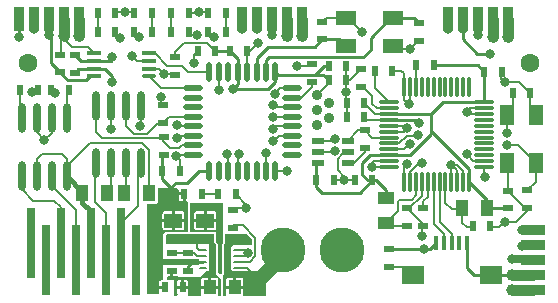
<source format=gtl>
G04 Layer_Physical_Order=1*
G04 Layer_Color=255*
%FSAX24Y24*%
%MOIN*%
G70*
G01*
G75*
%ADD10R,0.0709X0.0472*%
%ADD11R,0.0354X0.0236*%
%ADD12R,0.0236X0.0354*%
%ADD13O,0.0217X0.0650*%
%ADD14O,0.0650X0.0217*%
%ADD15R,0.0748X0.0591*%
%ADD16R,0.0138X0.0512*%
%ADD17O,0.0118X0.0709*%
%ADD18O,0.0709X0.0118*%
%ADD19R,0.0787X0.0354*%
%ADD20R,0.0354X0.0787*%
%ADD21R,0.0472X0.0157*%
G04:AMPARAMS|DCode=22|XSize=47.2mil|YSize=15.7mil|CornerRadius=5.5mil|HoleSize=0mil|Usage=FLASHONLY|Rotation=180.000|XOffset=0mil|YOffset=0mil|HoleType=Round|Shape=RoundedRectangle|*
%AMROUNDEDRECTD22*
21,1,0.0472,0.0047,0,0,180.0*
21,1,0.0362,0.0157,0,0,180.0*
1,1,0.0110,-0.0181,0.0024*
1,1,0.0110,0.0181,0.0024*
1,1,0.0110,0.0181,-0.0024*
1,1,0.0110,-0.0181,-0.0024*
%
%ADD22ROUNDEDRECTD22*%
G04:AMPARAMS|DCode=23|XSize=13.8mil|YSize=98.4mil|CornerRadius=3.4mil|HoleSize=0mil|Usage=FLASHONLY|Rotation=0.000|XOffset=0mil|YOffset=0mil|HoleType=Round|Shape=RoundedRectangle|*
%AMROUNDEDRECTD23*
21,1,0.0138,0.0915,0,0,0.0*
21,1,0.0069,0.0984,0,0,0.0*
1,1,0.0069,0.0034,-0.0458*
1,1,0.0069,-0.0034,-0.0458*
1,1,0.0069,-0.0034,0.0458*
1,1,0.0069,0.0034,0.0458*
%
%ADD23ROUNDEDRECTD23*%
G04:AMPARAMS|DCode=24|XSize=23.6mil|YSize=9.8mil|CornerRadius=2.5mil|HoleSize=0mil|Usage=FLASHONLY|Rotation=0.000|XOffset=0mil|YOffset=0mil|HoleType=Round|Shape=RoundedRectangle|*
%AMROUNDEDRECTD24*
21,1,0.0236,0.0049,0,0,0.0*
21,1,0.0187,0.0098,0,0,0.0*
1,1,0.0049,0.0093,-0.0025*
1,1,0.0049,-0.0093,-0.0025*
1,1,0.0049,-0.0093,0.0025*
1,1,0.0049,0.0093,0.0025*
%
%ADD24ROUNDEDRECTD24*%
%ADD25R,0.0591X0.0472*%
%ADD26R,0.0315X0.2362*%
%ADD27O,0.0276X0.0984*%
%ADD28R,0.0433X0.0551*%
%ADD29R,0.0433X0.0512*%
%ADD30R,0.0472X0.0709*%
%ADD31R,0.0394X0.0236*%
%ADD32R,0.0551X0.0433*%
%ADD33C,0.0070*%
%ADD34C,0.0250*%
%ADD35C,0.0100*%
%ADD36C,0.0354*%
%ADD37C,0.0150*%
%ADD38C,0.0500*%
%ADD39C,0.0354*%
%ADD40C,0.1500*%
%ADD41C,0.0315*%
%ADD42C,0.0394*%
%ADD43C,0.0630*%
G36*
X018903Y013682D02*
X018890Y013673D01*
X018867Y013638D01*
X018859Y013598D01*
Y012682D01*
X018833Y012650D01*
X018788D01*
X018747Y012682D01*
Y013598D01*
X018739Y013638D01*
X018716Y013673D01*
X018683Y013695D01*
Y014030D01*
X018453Y014030D01*
X018443Y014032D01*
X018433Y014030D01*
X018036D01*
X018026Y014032D01*
X018017Y014030D01*
X017803D01*
X017803Y015010D01*
X018903D01*
X018903Y013682D01*
D02*
G37*
G36*
X017430Y015440D02*
Y015360D01*
X017619D01*
Y015310D01*
X017669D01*
Y015061D01*
X017695D01*
X017700Y015059D01*
X017732Y015011D01*
X017732Y015010D01*
X017732Y014051D01*
X017029D01*
X017029Y014051D01*
X017029Y014051D01*
X017015Y014049D01*
X017001Y014046D01*
X017001Y014046D01*
X017001Y014046D01*
X016990Y014038D01*
X016978Y014030D01*
X016978Y014030D01*
X016978Y014030D01*
X016943Y013995D01*
X016943Y013995D01*
X016943Y013995D01*
X016935Y013983D01*
X016928Y013972D01*
X016927Y013972D01*
X016927Y013972D01*
X016925Y013959D01*
X016913D01*
Y013150D01*
X017968D01*
X017984Y013140D01*
X018025Y013131D01*
X018025Y013131D01*
X018090D01*
Y012940D01*
X016913Y012940D01*
X016913Y012439D01*
X016850D01*
X016822Y012433D01*
X016799Y012418D01*
X016784Y012394D01*
X016778Y012367D01*
Y012240D01*
X016968D01*
Y012140D01*
X016778D01*
Y012020D01*
X016774Y012009D01*
X016739Y011970D01*
X016380Y011970D01*
X016380Y014983D01*
X016660D01*
X016687Y014988D01*
X016710Y015004D01*
X016726Y015027D01*
X016731Y015054D01*
Y015490D01*
X017381Y015490D01*
X017430Y015440D01*
D02*
G37*
G36*
X019692Y013980D02*
X019879Y013793D01*
Y013600D01*
X019223Y013600D01*
X019163Y013540D01*
X019163Y012800D01*
X019233Y012730D01*
X020340Y012730D01*
Y011913D01*
X019591D01*
X019574Y011934D01*
Y012140D01*
X018999D01*
Y011934D01*
X018982Y011913D01*
X018913D01*
Y012607D01*
X018936Y012642D01*
X018944Y012682D01*
Y013598D01*
X018940Y013619D01*
X018942Y013622D01*
X018943Y013622D01*
X018948Y013627D01*
X018954Y013631D01*
X018958Y013637D01*
X018962Y013642D01*
X018965Y013648D01*
X018969Y013654D01*
X018970Y013661D01*
X018973Y013668D01*
Y013675D01*
X018975Y013682D01*
Y013980D01*
X019692Y013980D01*
D02*
G37*
G36*
X017753Y013980D02*
X017776Y013964D01*
X017803Y013959D01*
X018017D01*
X018024Y013960D01*
X018029D01*
X018036Y013959D01*
X018433D01*
X018440Y013960D01*
X018446D01*
X018453Y013959D01*
X018612Y013959D01*
Y013695D01*
X018613Y013688D01*
Y013681D01*
X018616Y013675D01*
X018617Y013668D01*
X018621Y013662D01*
X018624Y013655D01*
X018629Y013650D01*
X018633Y013644D01*
X018639Y013641D01*
X018643Y013636D01*
X018665Y013622D01*
X018666Y013619D01*
X018662Y013598D01*
Y012682D01*
X018670Y012642D01*
X018683Y012622D01*
Y012617D01*
X018823Y012477D01*
Y011913D01*
X018765D01*
X018748Y011934D01*
Y012140D01*
X018172D01*
Y011934D01*
X018155Y011913D01*
X017744D01*
X017729Y011957D01*
X017728Y011963D01*
X017742Y011986D01*
X017748Y012013D01*
Y012140D01*
X017369D01*
Y012013D01*
X017374Y011986D01*
X017389Y011963D01*
X017388Y011957D01*
X017373Y011913D01*
X017318D01*
X017282Y011949D01*
X017283Y012440D01*
X017025D01*
X017024Y012511D01*
X017074Y012561D01*
X017153D01*
Y012750D01*
X017253D01*
Y012561D01*
X017380D01*
X017403Y012565D01*
X017409Y012564D01*
X017453Y012550D01*
Y012550D01*
X018173Y012550D01*
X018347Y012724D01*
X018382Y012731D01*
X018414Y012752D01*
X018435Y012783D01*
X018442Y012818D01*
X018453Y012830D01*
Y013638D01*
X016995D01*
X016993Y013945D01*
X017029Y013980D01*
X017752D01*
X017753Y013980D01*
D02*
G37*
%LPC*%
G36*
X018265Y014370D02*
X017948D01*
Y014184D01*
X017953Y014156D01*
X017969Y014133D01*
X017992Y014118D01*
X018019Y014112D01*
X018265D01*
Y014370D01*
D02*
G37*
G36*
X018681D02*
X018365D01*
Y014112D01*
X018610D01*
X018637Y014118D01*
X018660Y014133D01*
X018676Y014156D01*
X018681Y014184D01*
Y014370D01*
D02*
G37*
G36*
X018265Y014728D02*
X018019D01*
X017992Y014722D01*
X017969Y014707D01*
X017953Y014684D01*
X017948Y014656D01*
Y014470D01*
X018265D01*
Y014728D01*
D02*
G37*
G36*
X018610D02*
X018365D01*
Y014470D01*
X018681D01*
Y014656D01*
X018676Y014684D01*
X018660Y014707D01*
X018637Y014722D01*
X018610Y014728D01*
D02*
G37*
G36*
X017569Y015260D02*
X017430D01*
Y015133D01*
X017435Y015106D01*
X017451Y015082D01*
X017474Y015067D01*
X017501Y015061D01*
X017569D01*
Y015260D01*
D02*
G37*
G36*
X017547Y014728D02*
X017302D01*
Y014470D01*
X017618D01*
Y014656D01*
X017613Y014684D01*
X017597Y014707D01*
X017574Y014722D01*
X017547Y014728D01*
D02*
G37*
G36*
X017618Y014370D02*
X017302D01*
Y014112D01*
X017547D01*
X017574Y014118D01*
X017597Y014133D01*
X017613Y014156D01*
X017618Y014184D01*
Y014370D01*
D02*
G37*
G36*
X017202Y014728D02*
X016956D01*
X016929Y014722D01*
X016906Y014707D01*
X016890Y014684D01*
X016885Y014656D01*
Y014470D01*
X017202D01*
Y014728D01*
D02*
G37*
G36*
Y014370D02*
X016885D01*
Y014184D01*
X016890Y014156D01*
X016906Y014133D01*
X016929Y014118D01*
X016956Y014112D01*
X017202D01*
Y014370D01*
D02*
G37*
G36*
X019237Y012517D02*
X019070D01*
X019043Y012512D01*
X019020Y012496D01*
X019004Y012473D01*
X018999Y012446D01*
Y012240D01*
X019237D01*
Y012517D01*
D02*
G37*
G36*
X019503D02*
X019337D01*
Y012240D01*
X019574D01*
Y012446D01*
X019569Y012473D01*
X019554Y012496D01*
X019530Y012512D01*
X019503Y012517D01*
D02*
G37*
G36*
X018676D02*
X018510D01*
Y012240D01*
X018748D01*
Y012446D01*
X018742Y012473D01*
X018727Y012496D01*
X018704Y012512D01*
X018676Y012517D01*
D02*
G37*
G36*
X018410D02*
X018243D01*
X018216Y012512D01*
X018193Y012496D01*
X018177Y012473D01*
X018172Y012446D01*
Y012240D01*
X018410D01*
Y012517D01*
D02*
G37*
G36*
X017508Y012439D02*
X017440D01*
X017413Y012433D01*
X017390Y012418D01*
X017374Y012394D01*
X017369Y012367D01*
Y012240D01*
X017508D01*
Y012439D01*
D02*
G37*
G36*
X017677D02*
X017608D01*
Y012240D01*
X017748D01*
Y012367D01*
X017742Y012394D01*
X017727Y012418D01*
X017704Y012433D01*
X017677Y012439D01*
D02*
G37*
%LPD*%
D10*
X024577Y021182D02*
D03*
X023003D02*
D03*
Y020238D02*
D03*
X024577D02*
D03*
D11*
X022210Y020465D02*
D03*
Y021055D02*
D03*
X025450Y020993D02*
D03*
Y020403D02*
D03*
X017300Y019865D02*
D03*
Y019275D02*
D03*
X021870Y019045D02*
D03*
Y019635D02*
D03*
X013960Y019355D02*
D03*
Y019945D02*
D03*
X013460Y019365D02*
D03*
Y019955D02*
D03*
X016920Y016605D02*
D03*
Y017195D02*
D03*
X016910Y018275D02*
D03*
Y017685D02*
D03*
X017733Y012750D02*
D03*
Y013341D02*
D03*
X017203D02*
D03*
Y012750D02*
D03*
X019230Y014185D02*
D03*
Y014775D02*
D03*
X029030Y014835D02*
D03*
Y015425D02*
D03*
X023630Y017435D02*
D03*
Y016845D02*
D03*
X025580Y014825D02*
D03*
Y014235D02*
D03*
X025050D02*
D03*
Y014825D02*
D03*
X028390Y015415D02*
D03*
Y014825D02*
D03*
X024430Y012885D02*
D03*
Y013475D02*
D03*
X023510Y018885D02*
D03*
Y019475D02*
D03*
D12*
X018995Y021328D02*
D03*
X018405D02*
D03*
X017176D02*
D03*
X017767D02*
D03*
X016539D02*
D03*
X015948D02*
D03*
X014720D02*
D03*
X015311D02*
D03*
X018405Y020718D02*
D03*
X018995D02*
D03*
X017767D02*
D03*
X017176D02*
D03*
X015948D02*
D03*
X016539D02*
D03*
X015311D02*
D03*
X014720D02*
D03*
X018645Y020060D02*
D03*
X018055D02*
D03*
X016865Y016070D02*
D03*
X017455D02*
D03*
X022425Y019570D02*
D03*
X023015D02*
D03*
X022425Y019090D02*
D03*
X023015D02*
D03*
X019715Y020070D02*
D03*
X019125D02*
D03*
X013771Y018760D02*
D03*
X013180D02*
D03*
X012135D02*
D03*
X012725D02*
D03*
X016968Y012190D02*
D03*
X017558D02*
D03*
X017619Y015310D02*
D03*
X018210D02*
D03*
X018735Y015300D02*
D03*
X019325D02*
D03*
X029145Y018660D02*
D03*
X028555D02*
D03*
X022605Y015770D02*
D03*
X022015D02*
D03*
X027225Y014230D02*
D03*
X027815D02*
D03*
X028205Y019380D02*
D03*
X027615D02*
D03*
X025335Y019600D02*
D03*
X025925D02*
D03*
X023295Y015770D02*
D03*
X023885D02*
D03*
X023025Y017860D02*
D03*
X023615D02*
D03*
Y018340D02*
D03*
X023025D02*
D03*
X024545Y019420D02*
D03*
X023955D02*
D03*
D13*
X020652Y019364D02*
D03*
X020337D02*
D03*
X020022D02*
D03*
X019707D02*
D03*
X019393D02*
D03*
X019078D02*
D03*
X018763Y019364D02*
D03*
X018448Y019364D02*
D03*
Y016076D02*
D03*
X018763Y016076D02*
D03*
X019078Y016076D02*
D03*
X019393D02*
D03*
X019707D02*
D03*
X020022D02*
D03*
X020337D02*
D03*
X020652D02*
D03*
D14*
X017906Y018822D02*
D03*
Y018507D02*
D03*
Y018192D02*
D03*
Y017877D02*
D03*
Y017563D02*
D03*
Y017248D02*
D03*
X017906Y016933D02*
D03*
X017906Y016618D02*
D03*
X021194D02*
D03*
X021194Y016933D02*
D03*
X021194Y017248D02*
D03*
Y017563D02*
D03*
Y017877D02*
D03*
Y018192D02*
D03*
Y018507D02*
D03*
Y018822D02*
D03*
D15*
X025224Y012595D02*
D03*
X027830D02*
D03*
D16*
X026012Y013670D02*
D03*
X026268D02*
D03*
X026524D02*
D03*
X026780D02*
D03*
X027036D02*
D03*
D17*
X024941Y015690D02*
D03*
X025138D02*
D03*
X025335D02*
D03*
X025532D02*
D03*
X025729D02*
D03*
X026319D02*
D03*
X026516D02*
D03*
X026713D02*
D03*
X026910D02*
D03*
X027107D02*
D03*
Y018879D02*
D03*
X026910D02*
D03*
X026713D02*
D03*
X026516D02*
D03*
X026319D02*
D03*
X026123D02*
D03*
X025926D02*
D03*
X025729D02*
D03*
X025532D02*
D03*
X025335D02*
D03*
X025138D02*
D03*
X024941D02*
D03*
X026123Y015690D02*
D03*
X025926D02*
D03*
D18*
X027619Y016202D02*
D03*
Y016399D02*
D03*
Y016596D02*
D03*
Y016792D02*
D03*
Y016989D02*
D03*
Y017186D02*
D03*
Y017383D02*
D03*
Y017580D02*
D03*
Y017777D02*
D03*
Y017973D02*
D03*
Y018170D02*
D03*
Y018367D02*
D03*
X024430D02*
D03*
Y018170D02*
D03*
Y017973D02*
D03*
Y017777D02*
D03*
Y017580D02*
D03*
Y017383D02*
D03*
Y017186D02*
D03*
Y016989D02*
D03*
Y016792D02*
D03*
Y016596D02*
D03*
Y016399D02*
D03*
Y016202D02*
D03*
D19*
X029230Y014090D02*
D03*
Y013590D02*
D03*
Y012090D02*
D03*
Y012590D02*
D03*
Y013090D02*
D03*
D20*
X026390Y021140D02*
D03*
X026890D02*
D03*
X028390D02*
D03*
X027890D02*
D03*
X027390D02*
D03*
X019530Y021150D02*
D03*
X020030D02*
D03*
X021530D02*
D03*
X021030D02*
D03*
X020530D02*
D03*
X012090D02*
D03*
X012590D02*
D03*
X014090D02*
D03*
X013590D02*
D03*
X013090D02*
D03*
D21*
X014617Y019224D02*
D03*
Y019480D02*
D03*
Y019736D02*
D03*
Y019992D02*
D03*
X016420D02*
D03*
Y019736D02*
D03*
Y019480D02*
D03*
D22*
Y019224D02*
D03*
D23*
X019000Y013140D02*
D03*
X018803D02*
D03*
X018606D02*
D03*
D24*
X019354Y013435D02*
D03*
Y013238D02*
D03*
Y013042D02*
D03*
Y012845D02*
D03*
X018252D02*
D03*
Y013042D02*
D03*
Y013238D02*
D03*
Y013435D02*
D03*
D25*
X018315Y014420D02*
D03*
X017252D02*
D03*
D26*
X015990Y013100D02*
D03*
X015490Y013657D02*
D03*
X013990Y013100D02*
D03*
X012990D02*
D03*
X014490Y013657D02*
D03*
X013490D02*
D03*
X012490D02*
D03*
X014990Y013100D02*
D03*
D27*
X013690Y017835D02*
D03*
X013190D02*
D03*
X012690D02*
D03*
X012190D02*
D03*
X013690Y015905D02*
D03*
X013190D02*
D03*
X012690D02*
D03*
X012190D02*
D03*
X014660Y016325D02*
D03*
X015160D02*
D03*
X015660D02*
D03*
X016160D02*
D03*
X014660Y018255D02*
D03*
X015160D02*
D03*
X015660D02*
D03*
X016160D02*
D03*
D28*
X014217Y015330D02*
D03*
X015043D02*
D03*
X016443D02*
D03*
X015617D02*
D03*
X027703Y014850D02*
D03*
X026877D02*
D03*
D29*
X018460Y012190D02*
D03*
X019287D02*
D03*
D30*
X028378Y017927D02*
D03*
Y016353D02*
D03*
X029322D02*
D03*
Y017927D02*
D03*
D31*
X022070Y017084D02*
D03*
Y016710D02*
D03*
Y016336D02*
D03*
X023054Y017084D02*
D03*
Y016710D02*
D03*
Y016336D02*
D03*
D32*
X024340Y014337D02*
D03*
Y015163D02*
D03*
D33*
X028180Y019330D02*
X028230Y019380D01*
X027815Y014190D02*
X028110D01*
X025550Y013900D02*
Y014325D01*
X016160Y017490D02*
Y018255D01*
X018043Y013490D02*
Y013820D01*
X019796Y013042D02*
X019986Y013231D01*
Y013838D01*
X019564Y014259D02*
X019986Y013838D01*
X019628Y013435D02*
X019723Y013340D01*
X019622Y013238D02*
X019723Y013340D01*
X019840Y012400D02*
Y012720D01*
X019715Y012845D02*
X019840Y012720D01*
X019354Y012845D02*
X019715D01*
X025926Y014303D02*
X026268Y013961D01*
Y013670D02*
Y013961D01*
X026123Y014362D02*
X026524Y013961D01*
X028540Y012610D02*
X028560Y012590D01*
X024030Y018170D02*
X024430D01*
X023880Y018320D02*
X024030Y018170D01*
X023880Y018320D02*
Y018565D01*
X023615Y018830D02*
X023880Y018565D01*
X023982Y017973D02*
X024430D01*
X023615Y018340D02*
X023982Y017973D01*
X023699Y017777D02*
X024430D01*
X023615Y017860D02*
X023699Y017777D01*
X023054Y017084D02*
X023406Y017435D01*
X023955Y018842D02*
X024430Y018367D01*
X023955Y018842D02*
Y019420D01*
X020758Y017248D02*
X021194D01*
X020580Y017070D02*
X020758Y017248D01*
X021870Y018870D02*
Y019045D01*
X021507Y018507D02*
X021870Y018870D01*
X021810Y019635D02*
X021870D01*
X021745Y019570D02*
X021810Y019635D01*
X021370Y019570D02*
X021745D01*
X017533Y017877D02*
X017906D01*
X017528Y017882D02*
X017533Y017877D01*
X017108Y017882D02*
X017528D01*
X017360Y017620D02*
X017417Y017563D01*
X016892Y017076D02*
X017138Y016830D01*
X016892Y017076D02*
Y017168D01*
X014872D02*
X016892D01*
X016443Y015330D02*
Y016757D01*
X016200Y017000D02*
X016443Y016757D01*
X014460Y017000D02*
X016200D01*
X017370Y017170D02*
X017448Y017248D01*
X016358Y017308D02*
X016735Y017685D01*
X015922Y017308D02*
X016358D01*
X016150Y017500D02*
Y017570D01*
X017138Y016830D02*
X017440D01*
X016735Y017685D02*
X016910D01*
X016150Y017500D02*
X016160Y017490D01*
X017300Y019865D02*
Y020040D01*
X017608Y020348D01*
X018358D01*
X018645Y020060D01*
X018373Y021360D02*
X018405Y021328D01*
X015870Y019900D02*
X016034Y019736D01*
X019790Y020070D02*
X020060Y020340D01*
X019715Y020070D02*
X019790D01*
X021024Y016076D02*
X021040Y016060D01*
X020652Y016076D02*
X021024D01*
X020330Y016660D02*
X020337Y016653D01*
Y016076D02*
Y016653D01*
X019393Y016573D02*
X019450Y016630D01*
X019393Y016076D02*
Y016573D01*
X019040Y016630D02*
X019078Y016592D01*
Y016076D02*
Y016592D01*
X020812Y018822D02*
X021194D01*
X023125Y019090D02*
X023510Y019475D01*
X023015Y019090D02*
X023125D01*
X023025Y017860D02*
Y018340D01*
X023010Y018355D02*
X023025Y018340D01*
X023010Y018355D02*
Y018720D01*
X023015Y018725D01*
Y019090D01*
Y019570D01*
X022020Y018600D02*
X022425Y019005D01*
Y019090D01*
X021194Y018507D02*
X021507D01*
X016822Y018822D02*
X017906D01*
X016420Y019224D02*
X016822Y018822D01*
X013590Y020470D02*
Y020560D01*
Y020470D02*
X013860Y020200D01*
X014409D01*
X014617Y019992D01*
X016034Y019736D02*
X016420D01*
X018760Y018780D02*
X018763Y018783D01*
Y019364D01*
X016420Y019992D02*
X016628D01*
X016420Y019480D02*
X016760D01*
X016940Y019300D01*
X017275D02*
X017300Y019275D01*
X016940Y019300D02*
X017275D01*
X017920Y019660D02*
Y019925D01*
X018055Y020060D01*
X017050Y019570D02*
X017520D01*
X016628Y019992D02*
X017050Y019570D01*
X017726Y019364D02*
X018448D01*
X017520Y019570D02*
X017726Y019364D01*
X019707D02*
X019715Y019372D01*
Y020070D01*
X014720Y020718D02*
Y021328D01*
X015311D02*
X015353Y021370D01*
X015620D01*
X015906D02*
X015948Y021328D01*
X015620Y021370D02*
X015906D01*
X016539Y020718D02*
Y021328D01*
X017176Y020718D02*
Y021328D01*
X018995Y020718D02*
Y021328D01*
X023097Y016710D02*
X023099Y016707D01*
X023054Y016710D02*
X023097D01*
X022070D02*
X022590D01*
X022620Y016740D01*
X022720Y016469D02*
X022882Y016631D01*
X022720Y016100D02*
Y016469D01*
X022565Y017155D02*
X022630D01*
X022494Y017084D02*
X022565Y017155D01*
X024577Y020238D02*
X024675Y020140D01*
X025130D01*
X025393Y020403D01*
X025450D01*
X023058Y021182D02*
X023530Y020710D01*
X023003Y021182D02*
X023058D01*
X022337D02*
X023003D01*
X022210Y021055D02*
X022337Y021182D01*
X013510Y020480D02*
X013590Y020560D01*
X013510Y019975D02*
Y020480D01*
X028180Y019150D02*
Y019330D01*
Y019150D02*
X028300Y019030D01*
X028775D01*
X027890Y021140D02*
X027900Y021130D01*
X028775Y019030D02*
X029145Y018660D01*
X024941Y018879D02*
Y019329D01*
X024850Y019420D02*
X024941Y019329D01*
X024545Y019420D02*
X024850D01*
X017455Y016070D02*
Y016445D01*
X017340Y016560D02*
X017455Y016445D01*
X017398Y016618D02*
X017906D01*
X017340Y016560D02*
X017398Y016618D01*
X017440Y016830D02*
X017543Y016933D01*
X016910Y017685D02*
X017108Y017882D01*
X017543Y016933D02*
X017906D01*
X017448Y017248D02*
X017906D01*
X017417Y017563D02*
X017906D01*
X014640Y015030D02*
X014990Y014680D01*
Y013100D02*
Y014680D01*
X015617Y015330D02*
X015660Y015373D01*
X015490Y013657D02*
Y014350D01*
X016060Y014920D01*
X015660Y015373D02*
Y016325D01*
X016060Y014920D02*
Y016225D01*
X016160Y016325D01*
X015043Y015330D02*
X015160Y015447D01*
Y016325D01*
X014640Y015030D02*
Y016305D01*
X014660Y016325D01*
X012190Y015460D02*
Y015905D01*
Y015460D02*
X012580Y015070D01*
X013280D01*
X013490Y014860D01*
Y013657D02*
Y014860D01*
X013190Y015560D02*
Y015905D01*
Y015560D02*
X013990Y014760D01*
Y013100D02*
Y014760D01*
X013690Y016230D02*
X014460Y017000D01*
X013690Y015905D02*
Y016230D01*
X013530Y016640D02*
X013690Y016480D01*
Y016230D02*
Y016480D01*
X012690Y015905D02*
Y016460D01*
X012870Y016640D01*
X013530D01*
X012690Y017370D02*
Y017835D01*
Y017370D02*
X012950Y017110D01*
X013190Y017350D01*
Y017835D01*
X015160Y017480D02*
Y018255D01*
X013690Y018679D02*
X013771Y018760D01*
X013690Y017835D02*
Y018679D01*
X012135Y017890D02*
Y018760D01*
Y017890D02*
X012190Y017835D01*
X014605Y018310D02*
X014660Y018255D01*
X015660D02*
Y018570D01*
X018025Y013238D02*
X018252D01*
X017923Y013341D02*
X018025Y013238D01*
X017733Y013341D02*
X017923D01*
X017203D02*
X017733D01*
X018098Y013435D02*
X018252D01*
X018043Y013490D02*
X018098Y013435D01*
X019354D02*
X019628D01*
X017193Y012740D02*
X017203Y012750D01*
X018043Y013820D02*
X018053Y013830D01*
X019354Y013238D02*
X019622D01*
X019354Y013042D02*
X019796D01*
X019233Y014259D02*
X019564D01*
X019233Y014850D02*
X019670D01*
X018210Y015310D02*
X018725D01*
X018735Y015300D01*
X019325D02*
X019670Y014955D01*
Y014850D02*
Y014955D01*
X014660Y017380D02*
Y018255D01*
X015660Y017570D02*
Y018255D01*
Y017570D02*
X015922Y017308D01*
X014660Y017380D02*
X014872Y017168D01*
X025729Y015219D02*
Y015690D01*
X025580Y015070D02*
X025729Y015219D01*
X025580Y014825D02*
Y015070D01*
X024340Y014337D02*
X024442Y014235D01*
X025050D01*
X024730Y015060D02*
X024790Y015120D01*
X024730Y014727D02*
Y015060D01*
X024340Y014337D02*
X024730Y014727D01*
X026319Y015011D02*
Y015690D01*
Y015011D02*
X026530Y014800D01*
X026877Y014343D02*
Y014850D01*
Y014343D02*
X027030Y014190D01*
X024790Y015120D02*
X025190D01*
X025335Y015265D01*
Y015690D01*
X024941D02*
Y016231D01*
X025440Y016340D02*
X025520D01*
X025532Y015252D02*
Y015690D01*
X025105Y014825D02*
X025532Y015252D01*
X025050Y014825D02*
X025105D01*
X027150Y018170D02*
X027619D01*
X027107Y017973D02*
X027619D01*
X024430Y017580D02*
X024920D01*
X024430Y017383D02*
X024943D01*
X027030Y018050D02*
X027150Y018170D01*
X027030Y018050D02*
X027107Y017973D01*
X026516Y015690D02*
Y016286D01*
X026713Y016089D01*
Y015690D02*
Y016089D01*
X026516Y016286D02*
X026704D01*
X026910Y016080D01*
Y015690D02*
Y016080D01*
X027251Y016399D02*
X027619D01*
X027020Y016630D02*
X027251Y016399D01*
X027619Y015911D02*
Y016202D01*
Y015911D02*
X027650Y015880D01*
X025050Y014825D02*
X025550Y014325D01*
X026123Y014362D02*
Y015690D01*
X025926Y014303D02*
Y015690D01*
X025138Y018338D02*
Y018879D01*
X025090Y018290D02*
X025138Y018338D01*
X024941Y018439D02*
Y018879D01*
Y018439D02*
X025090Y018290D01*
X028370Y016940D02*
X028735D01*
X029322Y016353D01*
X028370Y017330D02*
Y017920D01*
X028378Y017927D01*
X026530Y014800D02*
X026827D01*
X026877Y014850D01*
X026524Y013670D02*
Y013961D01*
X024430Y012885D02*
X024935D01*
X025224Y012595D01*
X028110Y014190D02*
X028300Y014380D01*
X028660D01*
X029030Y014750D01*
Y014835D01*
X028390Y015415D02*
X028971Y014835D01*
X029030D01*
X029145Y018105D02*
X029322Y017927D01*
X029145Y018105D02*
Y018660D01*
X028378Y017927D02*
X028555Y018105D01*
Y018660D01*
Y018700D01*
X028205Y019380D02*
X028230D01*
X028390Y015415D02*
Y016340D01*
X028378Y016353D02*
X028390Y016340D01*
X029030Y015425D02*
X029322Y015718D01*
Y016353D01*
X025138Y015690D02*
Y016038D01*
X024941Y016231D02*
X025020Y016310D01*
X025040D01*
X025138Y016038D02*
X025148Y016048D01*
X025149D01*
X025302Y016201D01*
Y016202D01*
X025440Y016340D01*
X024430Y016792D02*
X024942D01*
X025130Y016980D01*
X024943Y017383D02*
X025030Y017470D01*
Y017510D01*
X024920Y017580D02*
X024990Y017510D01*
X025030D01*
X025392Y017242D02*
X025410Y017260D01*
X025021Y017242D02*
X025392D01*
X024430Y016989D02*
X024768D01*
X023949Y016399D02*
X024430D01*
X023968Y016202D02*
X024430D01*
X023860Y016310D02*
X023949Y016399D01*
X023860Y016210D02*
Y016310D01*
X023960Y016210D02*
X023968Y016202D01*
X023860Y016210D02*
X023960D01*
X025335Y018879D02*
Y019600D01*
X025335Y019600D02*
X025335Y019600D01*
X023630Y017435D02*
X023885Y017180D01*
X024424D01*
X024430Y017186D01*
X023406Y017435D02*
X023630D01*
X023054Y016336D02*
X023256D01*
X023630Y016710D01*
Y016845D01*
X022950Y015770D02*
X023295D01*
X022605D02*
X022950D01*
Y015870D01*
X022720Y016100D02*
X022950Y015870D01*
X022070Y017084D02*
X022494D01*
X020640Y018650D02*
X020812Y018822D01*
X024768Y016989D02*
X025021Y017242D01*
X017767Y021328D02*
X018058D01*
X018090Y021360D02*
X018373D01*
X018058Y021328D02*
X018090Y021360D01*
X020580Y018260D02*
X020648Y018192D01*
X021194D01*
X020594Y017877D02*
X021194D01*
X020580Y017863D02*
X020594Y017877D01*
X020676Y017563D02*
X021194D01*
X020580Y017467D02*
X020676Y017563D01*
X027030Y014190D02*
X027225D01*
D34*
X013090Y020599D02*
Y021150D01*
X020520Y021140D02*
X020530Y021150D01*
X020520Y020599D02*
Y021140D01*
X027390Y020589D02*
Y021140D01*
X029190Y013130D02*
X029230Y013090D01*
X028540Y013130D02*
X029190D01*
D35*
X025600Y013460D02*
X025802D01*
X024415D02*
X025600D01*
X025802D02*
X026012Y013670D01*
X028525Y012595D02*
X028540Y012610D01*
X027036Y012844D02*
Y013670D01*
X018645Y020060D02*
X018655Y020070D01*
X019125D01*
X022232Y019283D02*
X022425Y019090D01*
X021981Y019283D02*
X022232D01*
X020652Y019364D02*
X020733Y019283D01*
X021981D01*
X020450Y019880D02*
X023580D01*
X020337Y019767D02*
X020450Y019880D01*
X021981Y019283D02*
X022095Y019397D01*
X022097D01*
X022167Y019467D01*
Y019469D01*
X022268Y019570D01*
X022425D01*
X020652Y019055D02*
Y019364D01*
X020408Y018810D02*
X020652Y019055D01*
X014454Y019224D02*
X014617D01*
X014320Y019090D02*
X014454Y019224D01*
X013720Y019090D02*
X014320D01*
X023580Y019880D02*
X023820Y020120D01*
X016865Y016549D02*
X016920Y016605D01*
X016865Y016070D02*
Y016549D01*
X021965Y020220D02*
X022210Y020465D01*
X020390Y020220D02*
X021965D01*
X020022Y019852D02*
X020390Y020220D01*
X025261Y021182D02*
X025450Y020993D01*
X024577Y021182D02*
X025261D01*
X024482D02*
X024577D01*
X023820Y020520D02*
X024482Y021182D01*
X023820Y020120D02*
Y020520D01*
X020337Y019364D02*
Y019767D01*
X022775Y020465D02*
X023003Y020238D01*
X022210Y020465D02*
X022775D01*
X020022Y019364D02*
Y019852D01*
X013090Y020599D02*
X013163Y020527D01*
Y019662D02*
Y020527D01*
Y019662D02*
X013460Y019365D01*
X014085Y019480D02*
X014617D01*
X013960Y019355D02*
X014085Y019480D01*
X014169Y019736D02*
X014617D01*
X013960Y019945D02*
X014169Y019736D01*
X015210Y019780D02*
Y019870D01*
X015166Y019736D02*
X015210Y019780D01*
X015190Y019050D02*
Y019250D01*
X014960Y019480D02*
X015190Y019250D01*
X014617Y019480D02*
X014960D01*
X014617Y019736D02*
X015166D01*
X027036Y012844D02*
X027285Y012595D01*
X027830D01*
X027370Y019980D02*
X027790D01*
X026890Y020800D02*
Y021140D01*
Y020460D02*
Y020800D01*
Y020460D02*
X027370Y019980D01*
X012090Y021150D02*
X012100Y021140D01*
Y020550D02*
Y021140D01*
X018096Y016076D02*
X018448D01*
X017690Y015670D02*
X018096Y016076D01*
X017320Y015670D02*
X017690D01*
X017180Y015530D02*
X017320Y015670D01*
X017140Y015530D02*
X017180D01*
X016865Y015805D02*
X017140Y015530D01*
X016865Y015805D02*
Y016070D01*
X017855Y013042D02*
X018252D01*
X017733Y012920D02*
X017855Y013042D01*
X017733Y012750D02*
Y012920D01*
X024430Y017973D02*
X025843D01*
X026237Y018367D01*
X027619D01*
X027107Y015690D02*
Y016133D01*
X025843Y017397D02*
X027107Y016133D01*
Y015690D02*
X027703Y015093D01*
Y014850D02*
Y015093D01*
X027830Y012595D02*
X028525D01*
X027703Y014850D02*
X028365D01*
X028390Y014825D01*
X025843Y017397D02*
Y017973D01*
X025146Y016596D02*
X025176Y016626D01*
X024430Y016596D02*
X025146D01*
X025843Y017293D02*
Y017397D01*
X025176Y016626D02*
X025176D01*
X025843Y017293D01*
X024430Y017777D02*
X024441Y017787D01*
X025303D01*
X025420Y017670D01*
X024340Y015163D02*
Y015425D01*
X023995Y015770D02*
X024340Y015425D01*
X023816Y016596D02*
X024430D01*
X023550Y016330D02*
X023816Y016596D01*
X023550Y015944D02*
Y016330D01*
Y015944D02*
X023724Y015770D01*
X023885D01*
X027619Y018367D02*
Y019376D01*
X027615Y019380D02*
X027619Y019376D01*
X027395Y019600D02*
X027615Y019380D01*
X025925Y019600D02*
X027395D01*
X023905Y015770D02*
X023995D01*
X022015Y015545D02*
Y015770D01*
Y016281D01*
X022070Y016336D01*
X022015Y015545D02*
X022210Y015350D01*
X023465D01*
X023885Y015770D01*
X019393Y018983D02*
Y019364D01*
X019220Y018810D02*
X019393Y018983D01*
X019220Y018810D02*
X020408D01*
X019393Y019364D02*
Y019802D01*
X019125Y020070D02*
X019393Y019802D01*
X013430Y019380D02*
X013720Y019090D01*
D36*
X028540Y012110D02*
X028560Y012090D01*
X014090Y020560D02*
Y021150D01*
X021530Y020560D02*
Y021150D01*
X021030Y020560D02*
Y021150D01*
X013590Y020560D02*
Y021150D01*
X028390Y020550D02*
Y021140D01*
X027900Y020550D02*
Y021130D01*
X028560Y012090D02*
X029230D01*
X028560Y012590D02*
X029230D01*
D37*
X014490Y013657D02*
Y014730D01*
X014217Y015003D02*
X014490Y014730D01*
X014217Y015003D02*
Y015330D01*
X013690Y015905D02*
X014217Y015379D01*
Y015330D02*
Y015379D01*
D38*
X020910Y013270D02*
Y013430D01*
X020040Y012400D02*
X020910Y013270D01*
X019840Y012400D02*
X020040D01*
D39*
X022020Y018600D02*
D03*
Y018100D02*
D03*
Y017600D02*
D03*
X022453Y018350D02*
D03*
Y017850D02*
D03*
D40*
X022878Y013430D02*
D03*
X020910D02*
D03*
D41*
X019723Y013340D02*
D03*
X025600Y013460D02*
D03*
X025550Y013900D02*
D03*
X020580Y017070D02*
D03*
X019220Y018810D02*
D03*
X021370Y019570D02*
D03*
X017360Y017620D02*
D03*
X017370Y017170D02*
D03*
X016150Y017570D02*
D03*
X015870Y019900D02*
D03*
X020060Y020340D02*
D03*
X021040Y016060D02*
D03*
X020330Y016660D02*
D03*
X019040Y016630D02*
D03*
X019450D02*
D03*
X023010Y018720D02*
D03*
X016830Y018550D02*
D03*
X018760Y018780D02*
D03*
X016940Y019300D02*
D03*
X017920Y019660D02*
D03*
X022620Y016740D02*
D03*
X022630Y017155D02*
D03*
X023530Y020710D02*
D03*
X025130Y020140D02*
D03*
X015210Y019870D02*
D03*
X015190Y019050D02*
D03*
X028300Y019030D02*
D03*
X016710Y012980D02*
D03*
X027790Y019980D02*
D03*
X013090Y020599D02*
D03*
X012590Y020790D02*
D03*
X026390Y020810D02*
D03*
X026890Y020800D02*
D03*
X015620Y021370D02*
D03*
X019530Y020800D02*
D03*
X012100Y020550D02*
D03*
X020520Y020599D02*
D03*
X020030Y020790D02*
D03*
X027390Y020589D02*
D03*
X017340Y016560D02*
D03*
X013297Y018663D02*
D03*
X012550Y018690D02*
D03*
X015160Y017480D02*
D03*
X012950Y017110D02*
D03*
X017983Y012220D02*
D03*
X018443Y013800D02*
D03*
X017610D02*
D03*
X017193D02*
D03*
X018026D02*
D03*
X019670Y014850D02*
D03*
X028540Y013130D02*
D03*
X028870Y013580D02*
D03*
X028880Y014090D02*
D03*
X025520Y016340D02*
D03*
X028370Y017330D02*
D03*
X027030Y018050D02*
D03*
X026516Y016286D02*
D03*
X027650Y015880D02*
D03*
X027020Y016630D02*
D03*
X025090Y018290D02*
D03*
X028370Y016940D02*
D03*
X025420Y017670D02*
D03*
X028300Y014380D02*
D03*
X025410Y017260D02*
D03*
X025040Y016310D02*
D03*
X025130Y016980D02*
D03*
X025030Y017510D02*
D03*
X023860Y016210D02*
D03*
X022950Y015770D02*
D03*
X020640Y018650D02*
D03*
X018040Y020610D02*
D03*
X018600Y020550D02*
D03*
X016100Y020530D02*
D03*
X015480Y020510D02*
D03*
X020580Y017863D02*
D03*
Y017467D02*
D03*
Y018260D02*
D03*
X018090Y021360D02*
D03*
X016720Y014680D02*
D03*
D42*
X028540Y012110D02*
D03*
Y012610D02*
D03*
X014090Y020560D02*
D03*
X027900Y020550D02*
D03*
X013590Y020560D02*
D03*
X021530D02*
D03*
X021030D02*
D03*
X028390Y020550D02*
D03*
D43*
X012402Y019685D02*
D03*
X029134D02*
D03*
M02*

</source>
